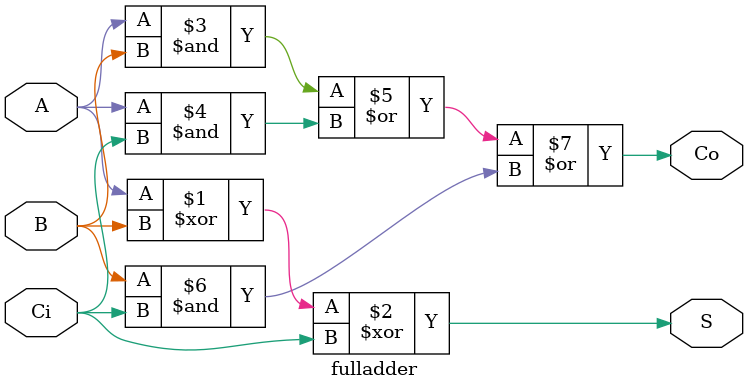
<source format=v>
`timescale 1ns / 1ps

module fulladder(
    input A,
    input B,
    input Ci,
    output S,
    output Co
    );
    
    assign S = A^B^Ci;
    assign Co = A&B | A&Ci | B&Ci;
endmodule
</source>
